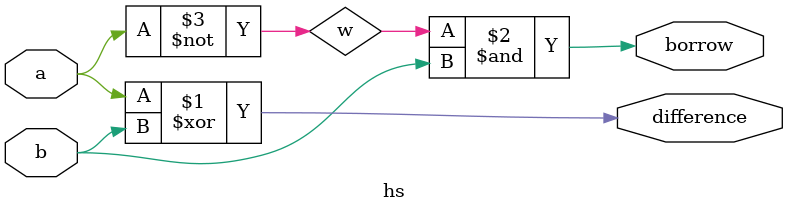
<source format=v>
module hs(a,b,difference,borrow);
       input a,b;
       output difference,borrow;
       wire w;
       xor g1(difference,a,b);
       and g2(borrow,w,b);
       not g3(w,a);
endmodule

</source>
